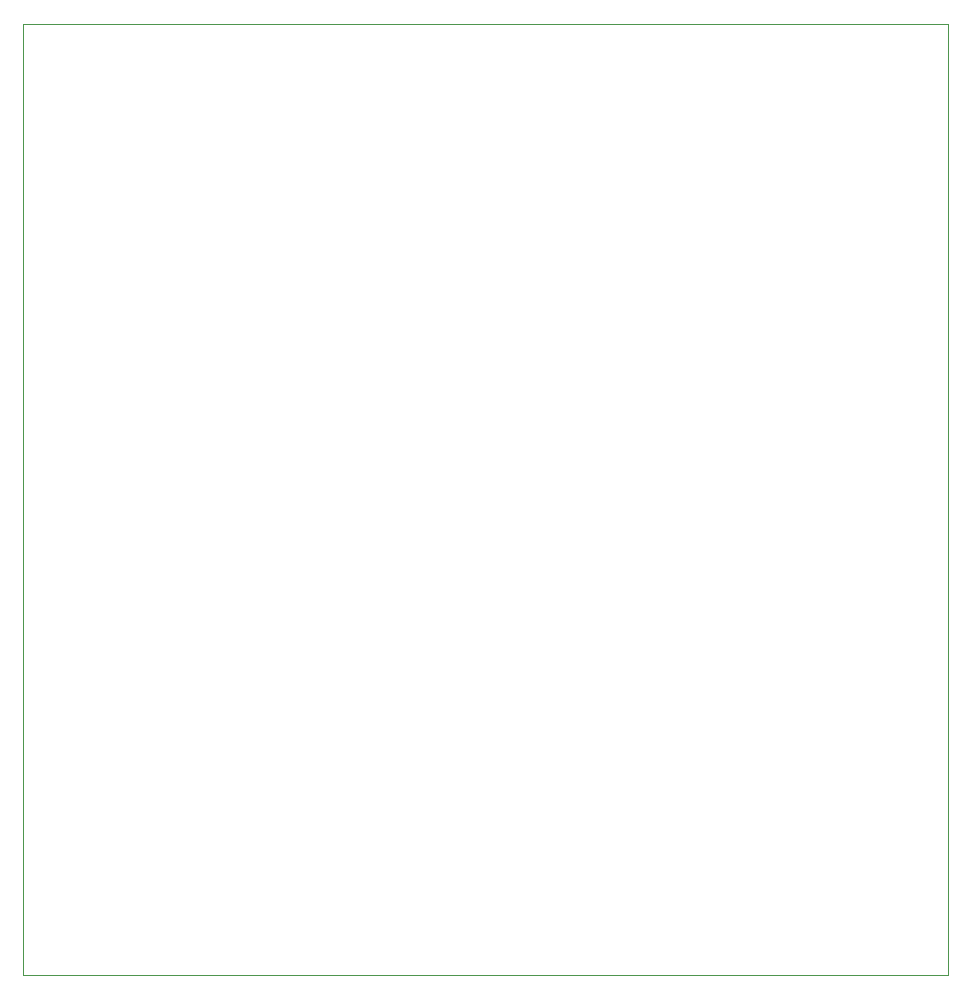
<source format=gbr>
%TF.GenerationSoftware,KiCad,Pcbnew,8.0.5*%
%TF.CreationDate,2024-11-26T13:04:48+01:00*%
%TF.ProjectId,mesa_mezclas,6d657361-5f6d-4657-9a63-6c61732e6b69,rev?*%
%TF.SameCoordinates,Original*%
%TF.FileFunction,Profile,NP*%
%FSLAX46Y46*%
G04 Gerber Fmt 4.6, Leading zero omitted, Abs format (unit mm)*
G04 Created by KiCad (PCBNEW 8.0.5) date 2024-11-26 13:04:48*
%MOMM*%
%LPD*%
G01*
G04 APERTURE LIST*
%TA.AperFunction,Profile*%
%ADD10C,0.050000*%
%TD*%
G04 APERTURE END LIST*
D10*
X85750000Y-91000000D02*
X164000000Y-91000000D01*
X164000000Y-171500000D01*
X85750000Y-171500000D01*
X85750000Y-91000000D01*
M02*

</source>
